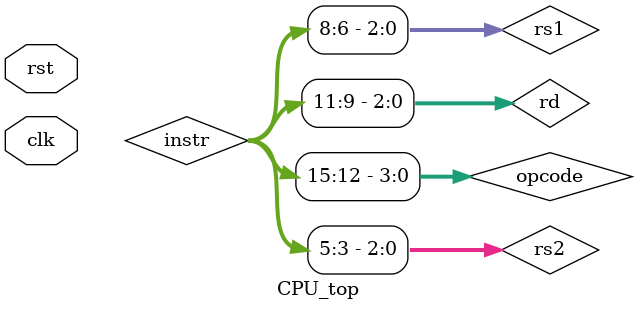
<source format=v>
module CPU_top (
    input clk,
    input rst
);

    // ========== Program Counter ==========
    reg [7:0] pc;

    always @(posedge clk or posedge rst) begin
        if (rst)
            pc <= 0;
        else
            pc <= pc + 1;
    end

    // ========== Instruction Memory ==========
    wire [15:0] instr;

    instruction_memory imem (
        .addr(pc),
        .instr(instr)
    );

    // ========== Instruction Fields ==========
    wire [3:0] opcode = instr[15:12];
    wire [2:0] rd     = instr[11:9];
    wire [2:0] rs1    = instr[8:6];
    wire [2:0] rs2    = instr[5:3];
    wire [2:0] imm    = instr[2:0];  // optional

    // ========== Control Unit ==========
    wire [1:0] alu_op;
    wire reg_write;

    control_unit CU (
        .opcode(opcode),
        .alu_op(alu_op),
        .reg_write(reg_write)
    );

    // ========== Register File ==========
    wire [7:0] rs1_data, rs2_data, write_data;

    RegisterFile rf (
        .clk(clk),
        .write_en(reg_write),
        .wr_addr(rd),
        .wr_data(write_data),
        .rd_addr1(rs1),
        .rd_addr2(rs2),
        .rd_data1(rs1_data),
        .rd_data2(rs2_data)
    );

    // ========== ALU ==========
    wire [7:0] alu_result;
    wire ov, borrow;

    ALU alu_unit (
        .r0(rs1_data),
        .r1(rs2_data),
        .sel(alu_op),
        .r2(alu_result),
        .overflow(ov),
        .borrowflag(borrow)
    );

    assign write_data = alu_result;

endmodule

</source>
